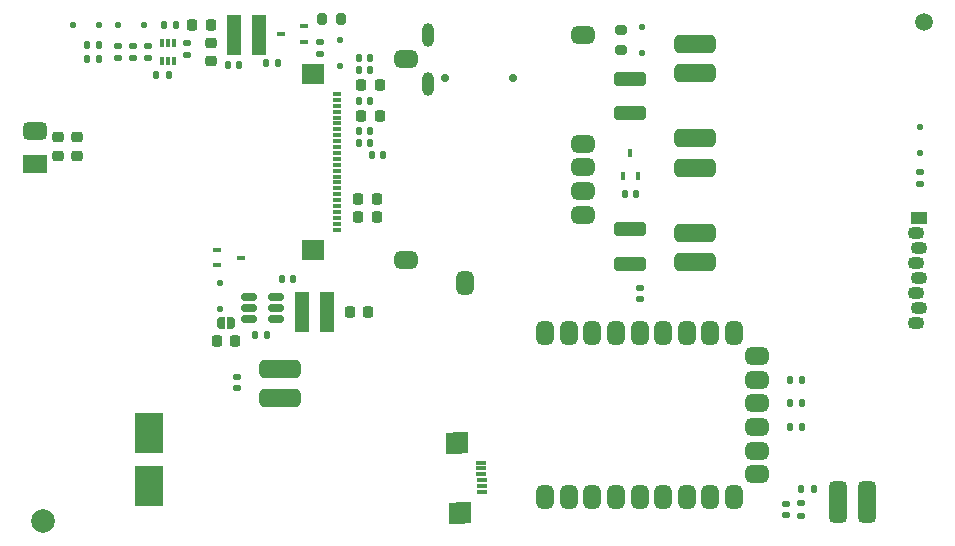
<source format=gbr>
%TF.GenerationSoftware,KiCad,Pcbnew,8.0.0-rc2-74-g5f063dd458*%
%TF.CreationDate,2024-01-29T02:36:54+02:00*%
%TF.ProjectId,SamoBase,53616d6f-4261-4736-952e-6b696361645f,rev?*%
%TF.SameCoordinates,Original*%
%TF.FileFunction,Soldermask,Top*%
%TF.FilePolarity,Negative*%
%FSLAX46Y46*%
G04 Gerber Fmt 4.6, Leading zero omitted, Abs format (unit mm)*
G04 Created by KiCad (PCBNEW 8.0.0-rc2-74-g5f063dd458) date 2024-01-29 02:36:54*
%MOMM*%
%LPD*%
G01*
G04 APERTURE LIST*
G04 Aperture macros list*
%AMRoundRect*
0 Rectangle with rounded corners*
0 $1 Rounding radius*
0 $2 $3 $4 $5 $6 $7 $8 $9 X,Y pos of 4 corners*
0 Add a 4 corners polygon primitive as box body*
4,1,4,$2,$3,$4,$5,$6,$7,$8,$9,$2,$3,0*
0 Add four circle primitives for the rounded corners*
1,1,$1+$1,$2,$3*
1,1,$1+$1,$4,$5*
1,1,$1+$1,$6,$7*
1,1,$1+$1,$8,$9*
0 Add four rect primitives between the rounded corners*
20,1,$1+$1,$2,$3,$4,$5,0*
20,1,$1+$1,$4,$5,$6,$7,0*
20,1,$1+$1,$6,$7,$8,$9,0*
20,1,$1+$1,$8,$9,$2,$3,0*%
%AMRotRect*
0 Rectangle, with rotation*
0 The origin of the aperture is its center*
0 $1 length*
0 $2 width*
0 $3 Rotation angle, in degrees counterclockwise*
0 Add horizontal line*
21,1,$1,$2,0,0,$3*%
%AMFreePoly0*
4,1,17,0.500000,-0.500000,0.100000,-0.500000,0.100000,-0.495442,0.097906,-0.495442,0.000000,-0.459808,-0.079813,-0.392836,-0.131908,-0.302606,-0.150000,-0.200000,-0.150000,0.200000,-0.131908,0.302606,-0.079813,0.392836,0.000000,0.459808,0.097906,0.495442,0.100000,0.495442,0.100000,0.500000,0.500000,0.500000,0.500000,-0.500000,0.500000,-0.500000,$1*%
G04 Aperture macros list end*
%ADD10RoundRect,0.200000X0.275000X-0.200000X0.275000X0.200000X-0.275000X0.200000X-0.275000X-0.200000X0*%
%ADD11RoundRect,0.125000X0.125000X-0.125000X0.125000X0.125000X-0.125000X0.125000X-0.125000X-0.125000X0*%
%ADD12R,0.340000X0.700000*%
%ADD13RoundRect,0.225000X0.225000X0.250000X-0.225000X0.250000X-0.225000X-0.250000X0.225000X-0.250000X0*%
%ADD14RoundRect,0.135000X0.135000X0.185000X-0.135000X0.185000X-0.135000X-0.185000X0.135000X-0.185000X0*%
%ADD15RoundRect,0.500000X-0.250000X0.500000X-0.250000X-0.500000X0.250000X-0.500000X0.250000X0.500000X0*%
%ADD16RoundRect,0.500000X-0.500000X-0.250000X0.500000X-0.250000X0.500000X0.250000X-0.500000X0.250000X0*%
%ADD17RoundRect,0.500000X0.250000X-0.500000X0.250000X0.500000X-0.250000X0.500000X-0.250000X-0.500000X0*%
%ADD18R,2.400000X3.500000*%
%ADD19RoundRect,0.140000X0.140000X0.170000X-0.140000X0.170000X-0.140000X-0.170000X0.140000X-0.170000X0*%
%ADD20RoundRect,0.135000X0.185000X-0.135000X0.185000X0.135000X-0.185000X0.135000X-0.185000X-0.135000X0*%
%ADD21RoundRect,0.381000X-1.369000X-0.381000X1.369000X-0.381000X1.369000X0.381000X-1.369000X0.381000X0*%
%ADD22RoundRect,0.218750X0.218750X0.256250X-0.218750X0.256250X-0.218750X-0.256250X0.218750X-0.256250X0*%
%ADD23RoundRect,0.135000X-0.185000X0.135000X-0.185000X-0.135000X0.185000X-0.135000X0.185000X0.135000X0*%
%ADD24RoundRect,0.135000X-0.135000X-0.185000X0.135000X-0.185000X0.135000X0.185000X-0.135000X0.185000X0*%
%ADD25FreePoly0,0.000000*%
%ADD26FreePoly0,180.000000*%
%ADD27RoundRect,0.140000X-0.170000X0.140000X-0.170000X-0.140000X0.170000X-0.140000X0.170000X0.140000X0*%
%ADD28RoundRect,0.250000X1.100000X-0.325000X1.100000X0.325000X-1.100000X0.325000X-1.100000X-0.325000X0*%
%ADD29RoundRect,0.140000X-0.140000X-0.170000X0.140000X-0.170000X0.140000X0.170000X-0.140000X0.170000X0*%
%ADD30RotRect,0.300000X0.800000X271.710000*%
%ADD31RotRect,1.800000X1.850000X271.710000*%
%ADD32RoundRect,0.375000X-0.625000X-0.375000X0.625000X-0.375000X0.625000X0.375000X-0.625000X0.375000X0*%
%ADD33RoundRect,0.225000X-0.250000X0.225000X-0.250000X-0.225000X0.250000X-0.225000X0.250000X0.225000X0*%
%ADD34RoundRect,0.200000X-0.200000X-0.275000X0.200000X-0.275000X0.200000X0.275000X-0.200000X0.275000X0*%
%ADD35RoundRect,0.225000X-0.225000X-0.250000X0.225000X-0.250000X0.225000X0.250000X-0.225000X0.250000X0*%
%ADD36R,0.800000X0.300000*%
%ADD37R,0.800000X0.400000*%
%ADD38R,1.850000X1.800000*%
%ADD39R,0.700000X0.450000*%
%ADD40RoundRect,0.225000X0.250000X-0.225000X0.250000X0.225000X-0.250000X0.225000X-0.250000X-0.225000X0*%
%ADD41C,2.000000*%
%ADD42RoundRect,0.381000X0.381000X-1.369000X0.381000X1.369000X-0.381000X1.369000X-0.381000X-1.369000X0*%
%ADD43C,1.500000*%
%ADD44RoundRect,0.150000X-0.512500X-0.150000X0.512500X-0.150000X0.512500X0.150000X-0.512500X0.150000X0*%
%ADD45O,1.000000X2.000000*%
%ADD46C,0.700000*%
%ADD47RoundRect,0.500000X0.500000X0.250000X-0.500000X0.250000X-0.500000X-0.250000X0.500000X-0.250000X0*%
%ADD48R,1.300000X3.400000*%
%ADD49R,1.400000X1.100000*%
%ADD50O,1.400000X1.100000*%
%ADD51RoundRect,0.125000X0.125000X0.125000X-0.125000X0.125000X-0.125000X-0.125000X0.125000X-0.125000X0*%
%ADD52R,0.450000X0.700000*%
%ADD53R,2.000000X1.500000*%
%ADD54RoundRect,0.140000X0.170000X-0.140000X0.170000X0.140000X-0.170000X0.140000X-0.170000X-0.140000X0*%
G04 APERTURE END LIST*
D10*
%TO.C,R15*%
X100930000Y-61375000D03*
X100930000Y-59725000D03*
%TD*%
D11*
%TO.C,D6*%
X126250000Y-70100000D03*
X126250000Y-67900000D03*
%TD*%
D12*
%TO.C,Q3*%
X62080000Y-62300000D03*
X62580000Y-62300000D03*
X63080000Y-62300000D03*
X63080000Y-60800000D03*
X62580000Y-60800000D03*
X62080000Y-60800000D03*
%TD*%
D11*
%TO.C,D9*%
X102657500Y-61627500D03*
X102657500Y-59427500D03*
%TD*%
D13*
%TO.C,C24*%
X80475000Y-67000000D03*
X78925000Y-67000000D03*
%TD*%
D14*
%TO.C,R6*%
X116210000Y-93300000D03*
X115190000Y-93300000D03*
%TD*%
D15*
%TO.C,U2*%
X94467500Y-99270000D03*
X96467500Y-99270000D03*
X98467500Y-99270000D03*
X100467500Y-99270000D03*
X102467500Y-99270000D03*
X104467500Y-99270000D03*
X106467500Y-99270000D03*
X108467500Y-99270000D03*
X110467500Y-99270001D03*
D16*
X112417500Y-97320000D03*
X112417500Y-95320000D03*
X112417500Y-93320000D03*
X112417500Y-91320000D03*
X112417500Y-89320000D03*
X112417501Y-87320000D03*
D17*
X110467500Y-85370000D03*
X108467500Y-85370000D03*
X106467500Y-85370000D03*
X104467500Y-85370000D03*
X102467500Y-85370000D03*
X100467499Y-85370000D03*
X98467500Y-85370000D03*
X96467500Y-85370000D03*
X94467500Y-85370000D03*
%TD*%
D18*
%TO.C,J2*%
X60930000Y-93800000D03*
%TD*%
D19*
%TO.C,C18*%
X71820000Y-62510000D03*
X70860000Y-62510000D03*
%TD*%
D20*
%TO.C,R12*%
X64190000Y-61810000D03*
X64190000Y-60790000D03*
%TD*%
D21*
%TO.C,C15*%
X72055000Y-88375000D03*
X72055000Y-90875000D03*
%TD*%
D22*
%TO.C,FB1*%
X66175000Y-59300000D03*
X64600000Y-59300000D03*
%TD*%
D23*
%TO.C,R2*%
X116180000Y-99800000D03*
X116180000Y-100820000D03*
%TD*%
D11*
%TO.C,D5*%
X66930000Y-83300000D03*
X66930000Y-81100000D03*
%TD*%
D24*
%TO.C,R10*%
X62170000Y-59300000D03*
X63190000Y-59300000D03*
%TD*%
D25*
%TO.C,JP1*%
X66830000Y-84550000D03*
D26*
X68030000Y-84550000D03*
%TD*%
D19*
%TO.C,C7*%
X73140000Y-80800000D03*
X72180000Y-80800000D03*
%TD*%
D27*
%TO.C,C3*%
X114910000Y-99830000D03*
X114910000Y-100790000D03*
%TD*%
%TO.C,C9*%
X68410000Y-89070000D03*
X68410000Y-90030000D03*
%TD*%
D14*
%TO.C,R1*%
X117200000Y-98570000D03*
X116180000Y-98570000D03*
%TD*%
D19*
%TO.C,C23*%
X79680000Y-69300000D03*
X78720000Y-69300000D03*
%TD*%
%TO.C,C17*%
X68560000Y-62700000D03*
X67600000Y-62700000D03*
%TD*%
D28*
%TO.C,C31*%
X101680000Y-66775000D03*
X101680000Y-63825000D03*
%TD*%
D23*
%TO.C,R3*%
X58330000Y-61040000D03*
X58330000Y-62060000D03*
%TD*%
D20*
%TO.C,R11*%
X60830000Y-62060000D03*
X60830000Y-61040000D03*
%TD*%
D29*
%TO.C,C6*%
X69950000Y-85550000D03*
X70910000Y-85550000D03*
%TD*%
D19*
%TO.C,C22*%
X80760000Y-70300000D03*
X79800000Y-70300000D03*
%TD*%
D21*
%TO.C,C12*%
X107180000Y-68875000D03*
X107180000Y-71375000D03*
%TD*%
D30*
%TO.C,J5*%
X89126655Y-98836928D03*
X89111735Y-98337151D03*
X89096814Y-97837374D03*
X89081894Y-97337596D03*
X89066974Y-96837819D03*
X89052053Y-96338042D03*
D31*
X87052193Y-94696988D03*
X87228253Y-100594361D03*
%TD*%
D32*
%TO.C,J1*%
X51250000Y-68280000D03*
%TD*%
D19*
%TO.C,C27*%
X79680000Y-68300000D03*
X78720000Y-68300000D03*
%TD*%
D14*
%TO.C,R14*%
X116200000Y-91300000D03*
X115180000Y-91300000D03*
%TD*%
D33*
%TO.C,C2*%
X54800000Y-68800000D03*
X54800000Y-70350000D03*
%TD*%
D34*
%TO.C,R9*%
X75575000Y-58800000D03*
X77225000Y-58800000D03*
%TD*%
D35*
%TO.C,C4*%
X66655000Y-86050000D03*
X68205000Y-86050000D03*
%TD*%
D36*
%TO.C,J4*%
X76840000Y-76625000D03*
X76840000Y-76125000D03*
X76840000Y-75625000D03*
X76840000Y-75125000D03*
X76840000Y-74625000D03*
X76840000Y-74125000D03*
X76840000Y-73625000D03*
X76840000Y-73125000D03*
X76840000Y-72625000D03*
X76840000Y-72125000D03*
X76840000Y-71625000D03*
X76840000Y-71125000D03*
X76840000Y-70625000D03*
X76840000Y-70125000D03*
X76840000Y-69625000D03*
X76840000Y-69125000D03*
X76840000Y-68625000D03*
X76840000Y-68125000D03*
X76840000Y-67625000D03*
X76840000Y-67125000D03*
X76840000Y-66625000D03*
X76840000Y-66125000D03*
X76840000Y-65625000D03*
X76840000Y-65125000D03*
D37*
X74340000Y-64125000D03*
D38*
X74865000Y-63430000D03*
D37*
X74340000Y-77625000D03*
D38*
X74865000Y-78330000D03*
%TD*%
D21*
%TO.C,C13*%
X107180000Y-76875000D03*
X107180000Y-79375000D03*
%TD*%
D39*
%TO.C,D7*%
X66700000Y-78350000D03*
X66700000Y-79650000D03*
X68700000Y-79000000D03*
%TD*%
D40*
%TO.C,C16*%
X66200000Y-62350000D03*
X66200000Y-60800000D03*
%TD*%
D41*
%TO.C,FID1*%
X52000000Y-101300000D03*
%TD*%
D20*
%TO.C,R5*%
X126250000Y-72760000D03*
X126250000Y-71740000D03*
%TD*%
D18*
%TO.C,J3*%
X60930000Y-98300000D03*
%TD*%
D19*
%TO.C,C5*%
X56670000Y-61020000D03*
X55710000Y-61020000D03*
%TD*%
D23*
%TO.C,R7*%
X75400000Y-60690000D03*
X75400000Y-61710000D03*
%TD*%
D42*
%TO.C,C14*%
X119255000Y-99675000D03*
X121755000Y-99675000D03*
%TD*%
D39*
%TO.C,Q2*%
X74100000Y-60700000D03*
X74100000Y-59400000D03*
X72100000Y-60050000D03*
%TD*%
D11*
%TO.C,D8*%
X77077500Y-62777500D03*
X77077500Y-60577500D03*
%TD*%
D23*
%TO.C,R4*%
X59580000Y-61050000D03*
X59580000Y-62070000D03*
%TD*%
D43*
%TO.C,FID4*%
X126555000Y-59000000D03*
%TD*%
D44*
%TO.C,U1*%
X69405000Y-82300000D03*
X69405000Y-83250000D03*
X69405000Y-84200000D03*
X71680000Y-84200000D03*
X71680000Y-83250000D03*
X71680000Y-82300000D03*
%TD*%
D45*
%TO.C,U3*%
X84560000Y-60150000D03*
D46*
X91770000Y-63800000D03*
X85990000Y-63800000D03*
D45*
X84560000Y-64300000D03*
D47*
X82680000Y-62150000D03*
X82680000Y-79150000D03*
D15*
X87680000Y-81150000D03*
D16*
X97680000Y-75350000D03*
X97680000Y-73350000D03*
X97680000Y-71350000D03*
X97680000Y-69350000D03*
X97680000Y-60150000D03*
%TD*%
D29*
%TO.C,C19*%
X78720000Y-63100000D03*
X79680000Y-63100000D03*
%TD*%
D19*
%TO.C,C26*%
X79680000Y-62100000D03*
X78720000Y-62100000D03*
%TD*%
D13*
%TO.C,C28*%
X80205000Y-74050000D03*
X78655000Y-74050000D03*
%TD*%
D48*
%TO.C,L2*%
X68150000Y-60100000D03*
X70250000Y-60100000D03*
%TD*%
D33*
%TO.C,C1*%
X53200000Y-68800000D03*
X53200000Y-70350000D03*
%TD*%
D19*
%TO.C,C8*%
X102180000Y-73600000D03*
X101220000Y-73600000D03*
%TD*%
D49*
%TO.C,J6*%
X126125000Y-75625001D03*
D50*
X125900000Y-76880001D03*
X126125000Y-78165001D03*
X125900000Y-79420001D03*
X126125000Y-80705001D03*
X125900000Y-81960001D03*
X126125000Y-83245001D03*
X125900000Y-84500001D03*
%TD*%
D13*
%TO.C,C11*%
X79480000Y-83550000D03*
X77930000Y-83550000D03*
%TD*%
D14*
%TO.C,R13*%
X116200000Y-89310000D03*
X115180000Y-89310000D03*
%TD*%
D29*
%TO.C,C20*%
X78720000Y-65700000D03*
X79680000Y-65700000D03*
%TD*%
D51*
%TO.C,D2*%
X60530000Y-59300000D03*
X58330000Y-59300000D03*
%TD*%
D52*
%TO.C,Q1*%
X101050000Y-72100000D03*
X102350000Y-72100000D03*
X101700000Y-70100000D03*
%TD*%
D13*
%TO.C,C25*%
X80475000Y-64400000D03*
X78925000Y-64400000D03*
%TD*%
D53*
%TO.C,J2*%
X51250000Y-71030000D03*
%TD*%
D54*
%TO.C,C29*%
X102500000Y-82480000D03*
X102500000Y-81520000D03*
%TD*%
D24*
%TO.C,R16*%
X55670000Y-62200000D03*
X56690000Y-62200000D03*
%TD*%
D28*
%TO.C,C30*%
X101680000Y-79525000D03*
X101680000Y-76575000D03*
%TD*%
D13*
%TO.C,C21*%
X80205000Y-75550000D03*
X78655000Y-75550000D03*
%TD*%
D24*
%TO.C,R8*%
X61570000Y-63550000D03*
X62590000Y-63550000D03*
%TD*%
D51*
%TO.C,D1*%
X56680000Y-59300000D03*
X54480000Y-59300000D03*
%TD*%
D21*
%TO.C,C10*%
X107180000Y-60875000D03*
X107180000Y-63375000D03*
%TD*%
D48*
%TO.C,L1*%
X73930000Y-83550000D03*
X76030000Y-83550000D03*
%TD*%
M02*

</source>
